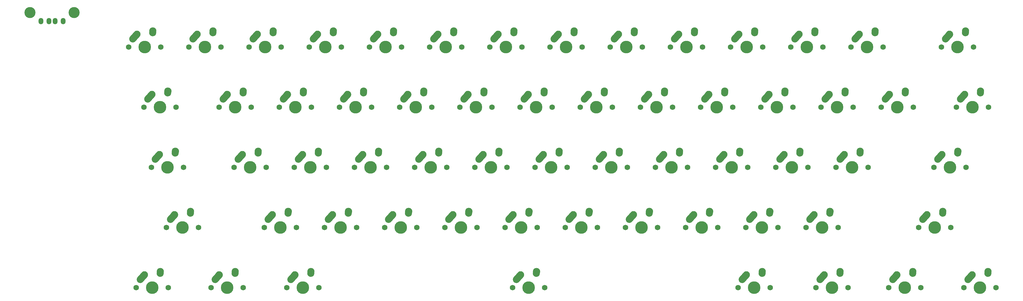
<source format=gbs>
G04 #@! TF.GenerationSoftware,KiCad,Pcbnew,(6.0.9)*
G04 #@! TF.CreationDate,2022-12-29T20:39:02-06:00*
G04 #@! TF.ProjectId,BasePCB,42617365-5043-4422-9e6b-696361645f70,rev?*
G04 #@! TF.SameCoordinates,Original*
G04 #@! TF.FileFunction,Soldermask,Bot*
G04 #@! TF.FilePolarity,Negative*
%FSLAX46Y46*%
G04 Gerber Fmt 4.6, Leading zero omitted, Abs format (unit mm)*
G04 Created by KiCad (PCBNEW (6.0.9)) date 2022-12-29 20:39:02*
%MOMM*%
%LPD*%
G01*
G04 APERTURE LIST*
G04 Aperture macros list*
%AMHorizOval*
0 Thick line with rounded ends*
0 $1 width*
0 $2 $3 position (X,Y) of the first rounded end (center of the circle)*
0 $4 $5 position (X,Y) of the second rounded end (center of the circle)*
0 Add line between two ends*
20,1,$1,$2,$3,$4,$5,0*
0 Add two circle primitives to create the rounded ends*
1,1,$1,$2,$3*
1,1,$1,$4,$5*%
G04 Aperture macros list end*
%ADD10C,1.750000*%
%ADD11C,3.987800*%
%ADD12HorizOval,2.250000X0.655001X0.730000X-0.655001X-0.730000X0*%
%ADD13C,2.250000*%
%ADD14HorizOval,2.250000X0.020000X0.290000X-0.020000X-0.290000X0*%
%ADD15O,1.500000X2.000000*%
%ADD16C,3.500000*%
G04 APERTURE END LIST*
D10*
X-70167500Y90487500D03*
D11*
X-65087500Y90487500D03*
D10*
X-60007500Y90487500D03*
D12*
X-68242499Y93757500D03*
D13*
X-67587500Y94487500D03*
X-62547500Y95567500D03*
D14*
X-62567500Y95277500D03*
D11*
X-41275000Y128587500D03*
D10*
X-36195000Y128587500D03*
X-46355000Y128587500D03*
D12*
X-44429999Y131857500D03*
D13*
X-43775000Y132587500D03*
D14*
X-38755000Y133377500D03*
D13*
X-38735000Y133667500D03*
D10*
X10795000Y128587500D03*
D11*
X15875000Y128587500D03*
D10*
X20955000Y128587500D03*
D12*
X12720001Y131857500D03*
D13*
X13375000Y132587500D03*
X18415000Y133667500D03*
D14*
X18395000Y133377500D03*
D10*
X59055000Y128587500D03*
D11*
X53975000Y128587500D03*
D10*
X48895000Y128587500D03*
D12*
X50820001Y131857500D03*
D13*
X51475000Y132587500D03*
X56515000Y133667500D03*
D14*
X56495000Y133377500D03*
D11*
X-36512500Y71437500D03*
D10*
X-31432500Y71437500D03*
X-41592500Y71437500D03*
D13*
X-39012500Y75437500D03*
D12*
X-39667499Y74707500D03*
D14*
X-33992500Y76227500D03*
D13*
X-33972500Y76517500D03*
D10*
X99536250Y52387500D03*
X89376250Y52387500D03*
D11*
X94456250Y52387500D03*
D12*
X91301251Y55657500D03*
D13*
X91956250Y56387500D03*
X96996250Y57467500D03*
D14*
X96976250Y57177500D03*
D10*
X-98742500Y109537500D03*
X-88582500Y109537500D03*
D11*
X-93662500Y109537500D03*
D12*
X-96817499Y112807500D03*
D13*
X-96162500Y113537500D03*
X-91122500Y114617500D03*
D14*
X-91142500Y114327500D03*
D11*
X165893750Y52387500D03*
D10*
X170973750Y52387500D03*
X160813750Y52387500D03*
D13*
X163393750Y56387500D03*
D12*
X162738751Y55657500D03*
D13*
X168433750Y57467500D03*
D14*
X168413750Y57177500D03*
D11*
X-55562500Y71437500D03*
D10*
X-50482500Y71437500D03*
X-60642500Y71437500D03*
D13*
X-58062500Y75437500D03*
D12*
X-58717499Y74707500D03*
D14*
X-53042500Y76227500D03*
D13*
X-53022500Y76517500D03*
D11*
X156368750Y90487500D03*
D10*
X151288750Y90487500D03*
X161448750Y90487500D03*
D12*
X153213751Y93757500D03*
D13*
X153868750Y94487500D03*
X158908750Y95567500D03*
D14*
X158888750Y95277500D03*
D10*
X144780000Y109537500D03*
X134620000Y109537500D03*
D11*
X139700000Y109537500D03*
D13*
X137200000Y113537500D03*
D12*
X136545001Y112807500D03*
D14*
X142220000Y114327500D03*
D13*
X142240000Y114617500D03*
D11*
X111125000Y128587500D03*
D10*
X106045000Y128587500D03*
X116205000Y128587500D03*
D12*
X107970001Y131857500D03*
D13*
X108625000Y132587500D03*
X113665000Y133667500D03*
D14*
X113645000Y133377500D03*
D10*
X-93345000Y128587500D03*
X-103505000Y128587500D03*
D11*
X-98425000Y128587500D03*
D13*
X-100925000Y132587500D03*
D12*
X-101579999Y131857500D03*
D14*
X-95905000Y133377500D03*
D13*
X-95885000Y133667500D03*
D11*
X44450000Y109537500D03*
D10*
X49530000Y109537500D03*
X39370000Y109537500D03*
D13*
X41950000Y113537500D03*
D12*
X41295001Y112807500D03*
D14*
X46970000Y114327500D03*
D13*
X46990000Y114617500D03*
D10*
X115570000Y109537500D03*
X125730000Y109537500D03*
D11*
X120650000Y109537500D03*
D13*
X118150000Y113537500D03*
D12*
X117495001Y112807500D03*
D14*
X123170000Y114327500D03*
D13*
X123190000Y114617500D03*
D10*
X-40957500Y90487500D03*
D11*
X-46037500Y90487500D03*
D10*
X-51117500Y90487500D03*
D13*
X-48537500Y94487500D03*
D12*
X-49192499Y93757500D03*
D14*
X-43517500Y95277500D03*
D13*
X-43497500Y95567500D03*
D11*
X87312500Y90487500D03*
D10*
X92392500Y90487500D03*
X82232500Y90487500D03*
D12*
X84157501Y93757500D03*
D13*
X84812500Y94487500D03*
X89852500Y95567500D03*
D14*
X89832500Y95277500D03*
D11*
X158750000Y128587500D03*
D10*
X153670000Y128587500D03*
X163830000Y128587500D03*
D13*
X156250000Y132587500D03*
D12*
X155595001Y131857500D03*
D14*
X161270000Y133377500D03*
D13*
X161290000Y133667500D03*
D10*
X137001250Y52387500D03*
X147161250Y52387500D03*
D11*
X142081250Y52387500D03*
D13*
X139581250Y56387500D03*
D12*
X138926251Y55657500D03*
D13*
X144621250Y57467500D03*
D14*
X144601250Y57177500D03*
D11*
X-26987500Y90487500D03*
D10*
X-32067500Y90487500D03*
X-21907500Y90487500D03*
D13*
X-29487500Y94487500D03*
D12*
X-30142499Y93757500D03*
D13*
X-24447500Y95567500D03*
D14*
X-24467500Y95277500D03*
D15*
X-124293750Y136765000D03*
X-126793750Y136765000D03*
X-128793750Y136765000D03*
X-131293750Y136765000D03*
D16*
X-134793750Y139475000D03*
X-120793750Y139475000D03*
D11*
X130175000Y128587500D03*
D10*
X135255000Y128587500D03*
X125095000Y128587500D03*
D13*
X127675000Y132587500D03*
D12*
X127020001Y131857500D03*
D13*
X132715000Y133667500D03*
D14*
X132695000Y133377500D03*
D11*
X106362500Y90487500D03*
D10*
X101282500Y90487500D03*
X111442500Y90487500D03*
D13*
X103862500Y94487500D03*
D12*
X103207501Y93757500D03*
D14*
X108882500Y95277500D03*
D13*
X108902500Y95567500D03*
D11*
X-48418750Y52387500D03*
D10*
X-53498750Y52387500D03*
X-43338750Y52387500D03*
D13*
X-50918750Y56387500D03*
D12*
X-51573749Y55657500D03*
D14*
X-45898750Y57177500D03*
D13*
X-45878750Y57467500D03*
D10*
X87630000Y109537500D03*
D11*
X82550000Y109537500D03*
D10*
X77470000Y109537500D03*
D12*
X79395001Y112807500D03*
D13*
X80050000Y113537500D03*
X85090000Y114617500D03*
D14*
X85070000Y114327500D03*
D10*
X53657500Y71437500D03*
D11*
X58737500Y71437500D03*
D10*
X63817500Y71437500D03*
D13*
X56237500Y75437500D03*
D12*
X55582501Y74707500D03*
D13*
X61277500Y76517500D03*
D14*
X61257500Y76227500D03*
D11*
X30162500Y90487500D03*
D10*
X25082500Y90487500D03*
X35242500Y90487500D03*
D13*
X27662500Y94487500D03*
D12*
X27007501Y93757500D03*
D13*
X32702500Y95567500D03*
D14*
X32682500Y95277500D03*
D10*
X-3492500Y71437500D03*
X6667500Y71437500D03*
D11*
X1587500Y71437500D03*
D12*
X-1567499Y74707500D03*
D13*
X-912500Y75437500D03*
D14*
X4107500Y76227500D03*
D13*
X4127500Y76517500D03*
D11*
X151606250Y71437500D03*
D10*
X156686250Y71437500D03*
X146526250Y71437500D03*
D12*
X148451251Y74707500D03*
D13*
X149106250Y75437500D03*
X154146250Y76517500D03*
D14*
X154126250Y76227500D03*
D10*
X40005000Y128587500D03*
D11*
X34925000Y128587500D03*
D10*
X29845000Y128587500D03*
D13*
X32425000Y132587500D03*
D12*
X31770001Y131857500D03*
D14*
X37445000Y133377500D03*
D13*
X37465000Y133667500D03*
D11*
X23018750Y52387500D03*
D10*
X17938750Y52387500D03*
X28098750Y52387500D03*
D13*
X20518750Y56387500D03*
D12*
X19863751Y55657500D03*
D14*
X25538750Y57177500D03*
D13*
X25558750Y57467500D03*
D10*
X97155000Y128587500D03*
X86995000Y128587500D03*
D11*
X92075000Y128587500D03*
D13*
X89575000Y132587500D03*
D12*
X88920001Y131857500D03*
D14*
X94595000Y133377500D03*
D13*
X94615000Y133667500D03*
D11*
X-91281250Y90487500D03*
D10*
X-86201250Y90487500D03*
X-96361250Y90487500D03*
D13*
X-93781250Y94487500D03*
D12*
X-94436249Y93757500D03*
D13*
X-88741250Y95567500D03*
D14*
X-88761250Y95277500D03*
D10*
X6032500Y90487500D03*
D11*
X11112500Y90487500D03*
D10*
X16192500Y90487500D03*
D12*
X7957501Y93757500D03*
D13*
X8612500Y94487500D03*
D14*
X13632500Y95277500D03*
D13*
X13652500Y95567500D03*
D10*
X11430000Y109537500D03*
D11*
X6350000Y109537500D03*
D10*
X1270000Y109537500D03*
D13*
X3850000Y113537500D03*
D12*
X3195001Y112807500D03*
D13*
X8890000Y114617500D03*
D14*
X8870000Y114327500D03*
D11*
X-17462500Y71437500D03*
D10*
X-22542500Y71437500D03*
X-12382500Y71437500D03*
D13*
X-19962500Y75437500D03*
D12*
X-20617499Y74707500D03*
D13*
X-14922500Y76517500D03*
D14*
X-14942500Y76227500D03*
D10*
X-101123750Y52387500D03*
X-90963750Y52387500D03*
D11*
X-96043750Y52387500D03*
D12*
X-99198749Y55657500D03*
D13*
X-98543750Y56387500D03*
X-93503750Y57467500D03*
D14*
X-93523750Y57177500D03*
D10*
X25717500Y71437500D03*
D11*
X20637500Y71437500D03*
D10*
X15557500Y71437500D03*
D13*
X18137500Y75437500D03*
D12*
X17482501Y74707500D03*
D14*
X23157500Y76227500D03*
D13*
X23177500Y76517500D03*
D10*
X-36830000Y109537500D03*
X-26670000Y109537500D03*
D11*
X-31750000Y109537500D03*
D12*
X-34904999Y112807500D03*
D13*
X-34250000Y113537500D03*
X-29210000Y114617500D03*
D14*
X-29230000Y114327500D03*
D10*
X-17780000Y109537500D03*
D11*
X-12700000Y109537500D03*
D10*
X-7620000Y109537500D03*
D13*
X-15200000Y113537500D03*
D12*
X-15854999Y112807500D03*
D14*
X-10180000Y114327500D03*
D13*
X-10160000Y114617500D03*
D10*
X-17145000Y128587500D03*
D11*
X-22225000Y128587500D03*
D10*
X-27305000Y128587500D03*
D12*
X-25379999Y131857500D03*
D13*
X-24725000Y132587500D03*
X-19685000Y133667500D03*
D14*
X-19705000Y133377500D03*
D10*
X44767500Y71437500D03*
X34607500Y71437500D03*
D11*
X39687500Y71437500D03*
D12*
X36532501Y74707500D03*
D13*
X37187500Y75437500D03*
D14*
X42207500Y76227500D03*
D13*
X42227500Y76517500D03*
D10*
X-65405000Y128587500D03*
X-55245000Y128587500D03*
D11*
X-60325000Y128587500D03*
D12*
X-63479999Y131857500D03*
D13*
X-62825000Y132587500D03*
X-57785000Y133667500D03*
D14*
X-57805000Y133377500D03*
D10*
X20320000Y109537500D03*
D11*
X25400000Y109537500D03*
D10*
X30480000Y109537500D03*
D12*
X22245001Y112807500D03*
D13*
X22900000Y113537500D03*
D14*
X27920000Y114327500D03*
D13*
X27940000Y114617500D03*
D10*
X101917500Y71437500D03*
D11*
X96837500Y71437500D03*
D10*
X91757500Y71437500D03*
D12*
X93682501Y74707500D03*
D13*
X94337500Y75437500D03*
D14*
X99357500Y76227500D03*
D13*
X99377500Y76517500D03*
D10*
X73342500Y90487500D03*
D11*
X68262500Y90487500D03*
D10*
X63182500Y90487500D03*
D12*
X65107501Y93757500D03*
D13*
X65762500Y94487500D03*
X70802500Y95567500D03*
D14*
X70782500Y95277500D03*
D11*
X-3175000Y128587500D03*
D10*
X1905000Y128587500D03*
X-8255000Y128587500D03*
D13*
X-5675000Y132587500D03*
D12*
X-6329999Y131857500D03*
D13*
X-635000Y133667500D03*
D14*
X-655000Y133377500D03*
D10*
X-77470000Y52387500D03*
X-67310000Y52387500D03*
D11*
X-72390000Y52387500D03*
D13*
X-74890000Y56387500D03*
D12*
X-75544999Y55657500D03*
D14*
X-69870000Y57177500D03*
D13*
X-69850000Y57467500D03*
D11*
X77787500Y71437500D03*
D10*
X82867500Y71437500D03*
X72707500Y71437500D03*
D12*
X74632501Y74707500D03*
D13*
X75287500Y75437500D03*
D14*
X80307500Y76227500D03*
D13*
X80327500Y76517500D03*
D10*
X78105000Y128587500D03*
D11*
X73025000Y128587500D03*
D10*
X67945000Y128587500D03*
D13*
X70525000Y132587500D03*
D12*
X69870001Y131857500D03*
D13*
X75565000Y133667500D03*
D14*
X75545000Y133377500D03*
D10*
X-81438750Y71437500D03*
X-91598750Y71437500D03*
D11*
X-86518750Y71437500D03*
D12*
X-89673749Y74707500D03*
D13*
X-89018750Y75437500D03*
D14*
X-83998750Y76227500D03*
D13*
X-83978750Y76517500D03*
D10*
X-64770000Y109537500D03*
D11*
X-69850000Y109537500D03*
D10*
X-74930000Y109537500D03*
D12*
X-73004999Y112807500D03*
D13*
X-72350000Y113537500D03*
X-67310000Y114617500D03*
D14*
X-67330000Y114327500D03*
D11*
X-7937500Y90487500D03*
D10*
X-2857500Y90487500D03*
X-13017500Y90487500D03*
D13*
X-10437500Y94487500D03*
D12*
X-11092499Y93757500D03*
D14*
X-5417500Y95277500D03*
D13*
X-5397500Y95567500D03*
D11*
X115887500Y71437500D03*
D10*
X120967500Y71437500D03*
X110807500Y71437500D03*
D12*
X112732501Y74707500D03*
D13*
X113387500Y75437500D03*
X118427500Y76517500D03*
D14*
X118407500Y76227500D03*
D10*
X-55880000Y109537500D03*
D11*
X-50800000Y109537500D03*
D10*
X-45720000Y109537500D03*
D12*
X-53954999Y112807500D03*
D13*
X-53300000Y113537500D03*
D14*
X-48280000Y114327500D03*
D13*
X-48260000Y114617500D03*
D10*
X106680000Y109537500D03*
X96520000Y109537500D03*
D11*
X101600000Y109537500D03*
D12*
X98445001Y112807500D03*
D13*
X99100000Y113537500D03*
D14*
X104120000Y114327500D03*
D13*
X104140000Y114617500D03*
D10*
X124142500Y52387500D03*
D11*
X119062500Y52387500D03*
D10*
X113982500Y52387500D03*
D12*
X115907501Y55657500D03*
D13*
X116562500Y56387500D03*
D14*
X121582500Y57177500D03*
D13*
X121602500Y57467500D03*
D10*
X54292500Y90487500D03*
X44132500Y90487500D03*
D11*
X49212500Y90487500D03*
D13*
X46712500Y94487500D03*
D12*
X46057501Y93757500D03*
D13*
X51752500Y95567500D03*
D14*
X51732500Y95277500D03*
D11*
X125412500Y90487500D03*
D10*
X130492500Y90487500D03*
X120332500Y90487500D03*
D12*
X122257501Y93757500D03*
D13*
X122912500Y94487500D03*
X127952500Y95567500D03*
D14*
X127932500Y95277500D03*
D11*
X-79375000Y128587500D03*
D10*
X-84455000Y128587500D03*
X-74295000Y128587500D03*
D12*
X-82529999Y131857500D03*
D13*
X-81875000Y132587500D03*
D14*
X-76855000Y133377500D03*
D13*
X-76835000Y133667500D03*
D10*
X58420000Y109537500D03*
D11*
X63500000Y109537500D03*
D10*
X68580000Y109537500D03*
D12*
X60345001Y112807500D03*
D13*
X61000000Y113537500D03*
X66040000Y114617500D03*
D14*
X66020000Y114327500D03*
D10*
X158432500Y109537500D03*
D11*
X163512500Y109537500D03*
D10*
X168592500Y109537500D03*
D12*
X160357501Y112807500D03*
D13*
X161012500Y113537500D03*
D14*
X166032500Y114327500D03*
D13*
X166052500Y114617500D03*
M02*

</source>
